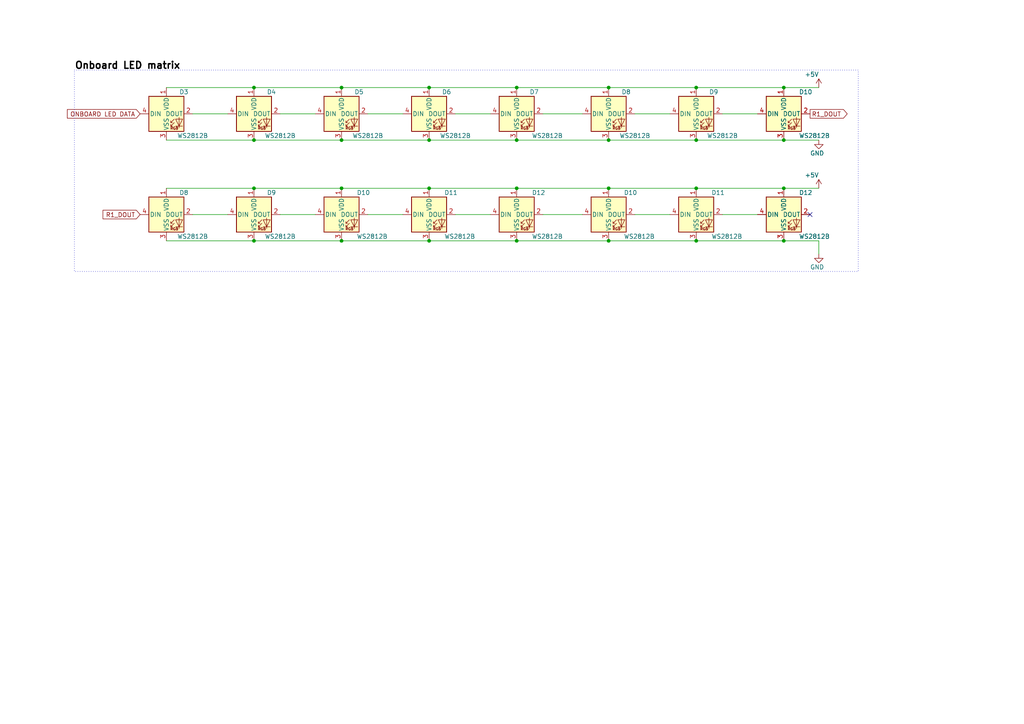
<source format=kicad_sch>
(kicad_sch (version 20230121) (generator eeschema)
  (paper "A4")
  (lib_symbols
    (symbol "LED:WS2812B" (pin_names (offset 0.254))
      (property "Reference" "D" (at 5.08 5.715 0))
      (property "Value" "WS2812B" (at 1.27 -5.715 0))
      (symbol "WS2812B_0_0"
        (text "RGB" (at 2.286 -4.191 0) (effects (font (size 0.762 0.762))))
      )
      (symbol "WS2812B_0_1"
        (polyline (pts (xy 1.27 -3.556) (xy 1.778 -3.556)))
        (polyline (pts (xy 1.27 -2.54) (xy 1.778 -2.54)))
        (polyline (pts (xy 4.699 -3.556) (xy 2.667 -3.556)))
        (polyline (pts (xy 2.286 -2.54) (xy 1.27 -3.556) (xy 1.27 -3.048)))
        (polyline (pts (xy 2.286 -1.524) (xy 1.27 -2.54) (xy 1.27 -2.032)))
        (polyline (pts (xy 3.683 -1.016) (xy 3.683 -3.556) (xy 3.683 -4.064)))
        (polyline (pts (xy 4.699 -1.524) (xy 2.667 -1.524) (xy 3.683 -3.556) (xy 4.699 -1.524)))
        (rectangle (start 5.08 5.08) (end -5.08 -5.08) (stroke (width 0.254)) (fill (type background)))
      )
      (symbol "WS2812B_1_1"
        (pin power_in line (at 0 7.62 270) (length 2.54) (name "VDD") (number "1"))
        (pin output line (at 7.62 0 180) (length 2.54) (name "DOUT") (number "2"))
        (pin power_in line (at 0 -7.62 90) (length 2.54) (name "VSS") (number "3"))
        (pin input line (at -7.62 0 0) (length 2.54) (name "DIN") (number "4"))
      )
    )
    (symbol "power:+5V" (power) (pin_names (offset 0))
      (property "Value" "+5V" (at 0 3.556 0))
      (symbol "+5V_0_1"
        (polyline (pts (xy -0.762 1.27) (xy 0 2.54)))
        (polyline (pts (xy 0 0) (xy 0 2.54)))
        (polyline (pts (xy 0 2.54) (xy 0.762 1.27)))
      )
      (symbol "+5V_1_1"
        (pin power_in line (at 0 0 90) (length 0) hide (name "+5V") (number "1"))
      )
    )
    (symbol "power:GND" (power) (pin_names (offset 0))
      (property "Value" "GND" (at 0 -3.81 0))
      (symbol "GND_0_1"
        (polyline (pts (xy 0 0) (xy 0 -1.27) (xy 1.27 -1.27) (xy 0 -2.54) (xy -1.27 -1.27) (xy 0 -1.27)))
      )
      (symbol "GND_1_1"
        (pin power_in line (at 0 0 270) (length 0) hide (name "GND") (number "1"))
      )
    )
  )
  (junction (at 201.93 54.61))
  (junction (at 227.33 40.64))
  (junction (at 99.06 40.64))
  (junction (at 99.06 54.61))
  (junction (at 149.86 54.61))
  (junction (at 73.66 54.61))
  (junction (at 176.53 40.64))
  (junction (at 124.46 69.85))
  (junction (at 149.86 40.64))
  (junction (at 227.33 54.61))
  (junction (at 201.93 25.4))
  (junction (at 73.66 25.4))
  (junction (at 124.46 54.61))
  (junction (at 176.53 25.4))
  (junction (at 201.93 69.85))
  (junction (at 227.33 69.85))
  (junction (at 201.93 40.64))
  (junction (at 99.06 25.4))
  (junction (at 149.86 69.85))
  (junction (at 73.66 69.85))
  (junction (at 176.53 54.61))
  (junction (at 149.86 25.4))
  (junction (at 124.46 40.64))
  (junction (at 176.53 69.85))
  (junction (at 124.46 25.4))
  (junction (at 99.06 69.85))
  (junction (at 227.33 25.4))
  (junction (at 73.66 40.64))
  (no_connect (at 234.95 62.23))
  (wire (pts (xy 149.86 54.61) (xy 176.53 54.61)))
  (wire (pts (xy 227.33 40.64) (xy 237.49 40.64)))
  (wire (pts (xy 237.49 69.85) (xy 237.49 73.66)))
  (wire (pts (xy 184.15 33.02) (xy 194.31 33.02)))
  (wire (pts (xy 48.26 69.85) (xy 73.66 69.85)))
  (wire (pts (xy 99.06 40.64) (xy 124.46 40.64)))
  (wire (pts (xy 124.46 54.61) (xy 149.86 54.61)))
  (wire (pts (xy 48.26 40.64) (xy 73.66 40.64)))
  (wire (pts (xy 55.88 33.02) (xy 66.04 33.02)))
  (wire (pts (xy 176.53 69.85) (xy 201.93 69.85)))
  (wire (pts (xy 201.93 25.4) (xy 227.33 25.4)))
  (wire (pts (xy 99.06 69.85) (xy 124.46 69.85)))
  (wire (pts (xy 99.06 25.4) (xy 124.46 25.4)))
  (wire (pts (xy 209.55 62.23) (xy 219.71 62.23)))
  (wire (pts (xy 157.48 62.23) (xy 168.91 62.23)))
  (wire (pts (xy 201.93 54.61) (xy 227.33 54.61)))
  (wire (pts (xy 157.48 33.02) (xy 168.91 33.02)))
  (wire (pts (xy 81.28 62.23) (xy 91.44 62.23)))
  (wire (pts (xy 48.26 54.61) (xy 73.66 54.61)))
  (wire (pts (xy 81.28 33.02) (xy 91.44 33.02)))
  (wire (pts (xy 227.33 54.61) (xy 237.49 54.61)))
  (wire (pts (xy 184.15 62.23) (xy 194.31 62.23)))
  (wire (pts (xy 99.06 54.61) (xy 124.46 54.61)))
  (wire (pts (xy 48.26 25.4) (xy 73.66 25.4)))
  (wire (pts (xy 176.53 25.4) (xy 201.93 25.4)))
  (wire (pts (xy 106.68 62.23) (xy 116.84 62.23)))
  (wire (pts (xy 73.66 40.64) (xy 99.06 40.64)))
  (wire (pts (xy 227.33 69.85) (xy 237.49 69.85)))
  (wire (pts (xy 227.33 25.4) (xy 237.49 25.4)))
  (wire (pts (xy 176.53 54.61) (xy 201.93 54.61)))
  (wire (pts (xy 73.66 25.4) (xy 99.06 25.4)))
  (wire (pts (xy 132.08 33.02) (xy 142.24 33.02)))
  (wire (pts (xy 124.46 69.85) (xy 149.86 69.85)))
  (wire (pts (xy 149.86 25.4) (xy 176.53 25.4)))
  (wire (pts (xy 106.68 33.02) (xy 116.84 33.02)))
  (wire (pts (xy 55.88 62.23) (xy 66.04 62.23)))
  (wire (pts (xy 132.08 62.23) (xy 142.24 62.23)))
  (wire (pts (xy 201.93 40.64) (xy 227.33 40.64)))
  (wire (pts (xy 73.66 69.85) (xy 99.06 69.85)))
  (wire (pts (xy 124.46 25.4) (xy 149.86 25.4)))
  (wire (pts (xy 201.93 69.85) (xy 227.33 69.85)))
  (wire (pts (xy 209.55 33.02) (xy 219.71 33.02)))
  (wire (pts (xy 124.46 40.64) (xy 149.86 40.64)))
  (wire (pts (xy 149.86 40.64) (xy 176.53 40.64)))
  (wire (pts (xy 176.53 40.64) (xy 201.93 40.64)))
  (wire (pts (xy 73.66 54.61) (xy 99.06 54.61)))
  (wire (pts (xy 149.86 69.85) (xy 176.53 69.85)))
  (rectangle (start 21.59 20.32) (end 248.92 78.74) (stroke (width 0) (type dot)))
  (text "Onboard LED matrix" (at 21.59 20.32 0) (effects (font (size 2 2) (thickness 0.4) bold) (justify left bottom)))
  (global_label "R1_DOUT" (shape output) (at 234.95 33.02 0) (property "Intersheetrefs" "${INTERSHEET_REFS}" (effects hide)))
  (global_label "R1_DOUT" (shape input) (at 40.64 62.23 180) (property "Intersheetrefs" "${INTERSHEET_REFS}" (effects hide)))
  (global_label "ONBOARD LED DATA" (shape input) (at 40.64 33.02 180) (property "Intersheetrefs" "${INTERSHEET_REFS}" (effects hide)))
  (symbol (lib_id "power:GND") (at 237.49 40.64 0) (unit 1)
    (property "Reference" "#PWR09" (effects hide))
    (property "Value" "GND" (at 234.95 44.45 0) (effects (justify left)))
    (instances (project "Practical Electronics WS2023" (path "" (reference "#PWR09") (unit 1)) (path "" (reference "#PWR08") (unit 1))))
  )
  (symbol (lib_id "LED:WS2812B") (at 149.86 62.23 0) (unit 1)
    (property "Reference" "D12" (at 156.21 55.88 0))
    (property "Value" "WS2812B" (at 158.75 68.58 0))
    (property "Footprint" "LED_SMD:LED_WS2812B_PLCC4_5.0x5.0mm_P3.2mm" (effects hide))
    (property "Datasheet" "https://cdn-shop.adafruit.com/datasheets/WS2812B.pdf" (effects hide))
    (instances (project "Practical Electronics WS2023" (path "" (reference "D12") (unit 1)) (path "" (reference "D16") (unit 1))))
  )
  (symbol (lib_id "LED:WS2812B") (at 176.53 33.02 0) (unit 1)
    (property "Reference" "D8" (at 181.61 26.67 0))
    (property "Value" "WS2812B" (at 184.15 39.37 0))
    (property "Footprint" "LED_SMD:LED_WS2812B_PLCC4_5.0x5.0mm_P3.2mm" (effects hide))
    (property "Datasheet" "https://cdn-shop.adafruit.com/datasheets/WS2812B.pdf" (effects hide))
    (instances (project "Practical Electronics WS2023" (path "" (reference "D8") (unit 1)) (path "" (reference "D19") (unit 1))))
  )
  (symbol (lib_id "LED:WS2812B") (at 73.66 33.02 0) (unit 1)
    (property "Reference" "D4" (at 78.74 26.67 0))
    (property "Value" "WS2812B" (at 81.28 39.37 0))
    (property "Footprint" "LED_SMD:LED_WS2812B_PLCC4_5.0x5.0mm_P3.2mm" (effects hide))
    (property "Datasheet" "https://cdn-shop.adafruit.com/datasheets/WS2812B.pdf" (effects hide))
    (instances (project "Practical Electronics WS2023" (path "" (reference "D4") (unit 1)) (path "" (reference "D6") (unit 1))))
  )
  (symbol (lib_id "LED:WS2812B") (at 99.06 62.23 0) (unit 1)
    (property "Reference" "D10" (at 105.41 55.88 0))
    (property "Value" "WS2812B" (at 107.95 68.58 0))
    (property "Footprint" "LED_SMD:LED_WS2812B_PLCC4_5.0x5.0mm_P3.2mm" (effects hide))
    (property "Datasheet" "https://cdn-shop.adafruit.com/datasheets/WS2812B.pdf" (effects hide))
  )
  (symbol (lib_id "LED:WS2812B") (at 124.46 62.23 0) (unit 1)
    (property "Reference" "D11" (at 130.81 55.88 0))
    (property "Value" "WS2812B" (at 133.35 68.58 0))
    (property "Footprint" "LED_SMD:LED_WS2812B_PLCC4_5.0x5.0mm_P3.2mm" (effects hide))
    (property "Datasheet" "https://cdn-shop.adafruit.com/datasheets/WS2812B.pdf" (effects hide))
    (instances (project "Practical Electronics WS2023" (path "" (reference "D11") (unit 1)) (path "" (reference "D13") (unit 1))))
  )
  (symbol (lib_id "LED:WS2812B") (at 227.33 33.02 0) (unit 1)
    (property "Reference" "D10" (at 233.68 26.67 0))
    (property "Value" "WS2812B" (at 236.22 39.37 0))
    (property "Footprint" "LED_SMD:LED_WS2812B_PLCC4_5.0x5.0mm_P3.2mm" (effects hide))
    (property "Datasheet" "https://cdn-shop.adafruit.com/datasheets/WS2812B.pdf" (effects hide))
    (instances (project "Practical Electronics WS2023" (path "" (reference "D10") (unit 1)) (path "" (reference "D21") (unit 1))))
  )
  (symbol (lib_id "LED:WS2812B") (at 73.66 62.23 0) (unit 1)
    (property "Reference" "D9" (at 78.74 55.88 0))
    (property "Value" "WS2812B" (at 81.28 68.58 0))
    (property "Footprint" "LED_SMD:LED_WS2812B_PLCC4_5.0x5.0mm_P3.2mm" (effects hide))
    (property "Datasheet" "https://cdn-shop.adafruit.com/datasheets/WS2812B.pdf" (effects hide))
    (instances (project "Practical Electronics WS2023" (path "" (reference "D9") (unit 1)) (path "" (reference "D7") (unit 1))))
  )
  (symbol (lib_id "LED:WS2812B") (at 227.33 62.23 0) (unit 1)
    (property "Reference" "D12" (at 233.68 55.88 0))
    (property "Value" "WS2812B" (at 236.22 68.58 0))
    (property "Footprint" "LED_SMD:LED_WS2812B_PLCC4_5.0x5.0mm_P3.2mm" (effects hide))
    (property "Datasheet" "https://cdn-shop.adafruit.com/datasheets/WS2812B.pdf" (effects hide))
    (instances (project "Practical Electronics WS2023" (path "" (reference "D12") (unit 1)) (path "" (reference "D24") (unit 1))))
  )
  (symbol (lib_id "power:GND") (at 237.49 73.66 0) (unit 1)
    (property "Reference" "#PWR08" (effects hide))
    (property "Value" "GND" (at 234.95 77.47 0) (effects (justify left)))
    (instances (project "Practical Electronics WS2023" (path "" (reference "#PWR08") (unit 1)) (path "" (reference "#PWR012") (unit 1))))
  )
  (symbol (lib_id "power:+5V") (at 237.49 54.61 0) (unit 1)
    (property "Reference" "#PWR013" (effects hide))
    (property "Value" "+5V" (at 237.49 50.8 0) (effects (justify right)))
    (instances (project "Practical Electronics WS2023" (path "" (reference "#PWR013") (unit 1)) (path "" (reference "#PWR09") (unit 1))))
  )
  (symbol (lib_id "LED:WS2812B") (at 149.86 33.02 0) (unit 1)
    (property "Reference" "D7" (at 154.94 26.67 0))
    (property "Value" "WS2812B" (at 158.75 39.37 0))
    (property "Footprint" "LED_SMD:LED_WS2812B_PLCC4_5.0x5.0mm_P3.2mm" (effects hide))
    (property "Datasheet" "https://cdn-shop.adafruit.com/datasheets/WS2812B.pdf" (effects hide))
    (instances (project "Practical Electronics WS2023" (path "" (reference "D7") (unit 1)) (path "" (reference "D15") (unit 1))))
  )
  (symbol (lib_id "power:+5V") (at 237.49 25.4 0) (unit 1)
    (property "Reference" "#PWR012" (effects hide))
    (property "Value" "+5V" (at 237.49 21.59 0) (effects (justify right)))
    (instances (project "Practical Electronics WS2023" (path "" (reference "#PWR012") (unit 1)) (path "" (reference "#PWR06") (unit 1))))
  )
  (symbol (lib_id "LED:WS2812B") (at 201.93 33.02 0) (unit 1)
    (property "Reference" "D9" (at 207.01 26.67 0))
    (property "Value" "WS2812B" (at 209.55 39.37 0))
    (property "Footprint" "LED_SMD:LED_WS2812B_PLCC4_5.0x5.0mm_P3.2mm" (effects hide))
    (property "Datasheet" "https://cdn-shop.adafruit.com/datasheets/WS2812B.pdf" (effects hide))
    (instances (project "Practical Electronics WS2023" (path "" (reference "D9") (unit 1)) (path "" (reference "D20") (unit 1))))
  )
  (symbol (lib_id "LED:WS2812B") (at 176.53 62.23 0) (unit 1)
    (property "Reference" "D10" (at 182.88 55.88 0))
    (property "Value" "WS2812B" (at 185.42 68.58 0))
    (property "Footprint" "LED_SMD:LED_WS2812B_PLCC4_5.0x5.0mm_P3.2mm" (effects hide))
    (property "Datasheet" "https://cdn-shop.adafruit.com/datasheets/WS2812B.pdf" (effects hide))
    (instances (project "Practical Electronics WS2023" (path "" (reference "D10") (unit 1)) (path "" (reference "D22") (unit 1))))
  )
  (symbol (lib_id "LED:WS2812B") (at 48.26 33.02 0) (unit 1)
    (property "Reference" "D3" (at 53.34 26.67 0))
    (property "Value" "WS2812B" (at 55.88 39.37 0))
    (property "Footprint" "LED_SMD:LED_WS2812B_PLCC4_5.0x5.0mm_P3.2mm" (effects hide))
    (property "Datasheet" "https://cdn-shop.adafruit.com/datasheets/WS2812B.pdf" (effects hide))
  )
  (symbol (lib_id "LED:WS2812B") (at 48.26 62.23 0) (unit 1)
    (property "Reference" "D8" (at 53.34 55.88 0))
    (property "Value" "WS2812B" (at 55.88 68.58 0))
    (property "Footprint" "LED_SMD:LED_WS2812B_PLCC4_5.0x5.0mm_P3.2mm" (effects hide))
    (property "Datasheet" "https://cdn-shop.adafruit.com/datasheets/WS2812B.pdf" (effects hide))
    (instances (project "Practical Electronics WS2023" (path "" (reference "D8") (unit 1)) (path "" (reference "D4") (unit 1))))
  )
  (symbol (lib_id "LED:WS2812B") (at 99.06 33.02 0) (unit 1)
    (property "Reference" "D5" (at 104.14 26.67 0))
    (property "Value" "WS2812B" (at 106.68 39.37 0))
    (property "Footprint" "LED_SMD:LED_WS2812B_PLCC4_5.0x5.0mm_P3.2mm" (effects hide))
    (property "Datasheet" "https://cdn-shop.adafruit.com/datasheets/WS2812B.pdf" (effects hide))
    (instances (project "Practical Electronics WS2023" (path "" (reference "D5") (unit 1)) (path "" (reference "D9") (unit 1))))
  )
  (symbol (lib_id "LED:WS2812B") (at 201.93 62.23 0) (unit 1)
    (property "Reference" "D11" (at 208.28 55.88 0))
    (property "Value" "WS2812B" (at 210.82 68.58 0))
    (property "Footprint" "LED_SMD:LED_WS2812B_PLCC4_5.0x5.0mm_P3.2mm" (effects hide))
    (property "Datasheet" "https://cdn-shop.adafruit.com/datasheets/WS2812B.pdf" (effects hide))
    (instances (project "Practical Electronics WS2023" (path "" (reference "D11") (unit 1)) (path "" (reference "D23") (unit 1))))
  )
  (symbol (lib_id "LED:WS2812B") (at 124.46 33.02 0) (unit 1)
    (property "Reference" "D6" (at 129.54 26.67 0))
    (property "Value" "WS2812B" (at 132.08 39.37 0))
    (property "Footprint" "LED_SMD:LED_WS2812B_PLCC4_5.0x5.0mm_P3.2mm" (effects hide))
    (property "Datasheet" "https://cdn-shop.adafruit.com/datasheets/WS2812B.pdf" (effects hide))
    (instances (project "Practical Electronics WS2023" (path "" (reference "D6") (unit 1)) (path "" (reference "D12") (unit 1))))
  )
)
</source>
